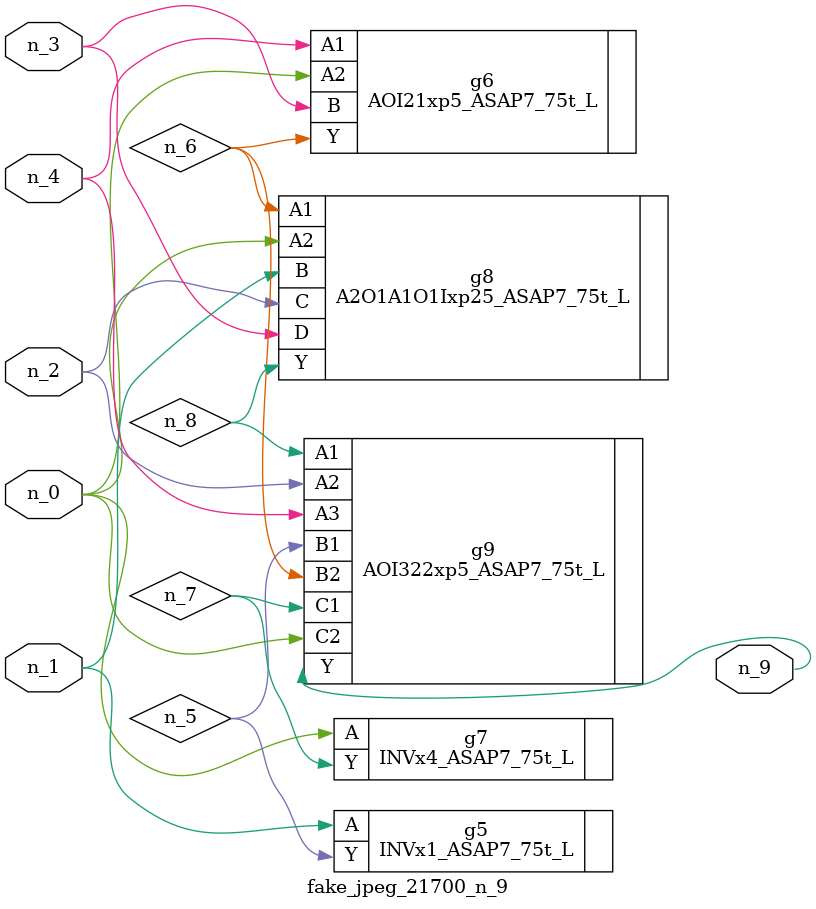
<source format=v>
module fake_jpeg_21700_n_9 (n_3, n_2, n_1, n_0, n_4, n_9);

input n_3;
input n_2;
input n_1;
input n_0;
input n_4;

output n_9;

wire n_8;
wire n_6;
wire n_5;
wire n_7;

INVx1_ASAP7_75t_L g5 ( 
.A(n_1),
.Y(n_5)
);

AOI21xp5_ASAP7_75t_L g6 ( 
.A1(n_4),
.A2(n_0),
.B(n_3),
.Y(n_6)
);

INVx4_ASAP7_75t_L g7 ( 
.A(n_0),
.Y(n_7)
);

A2O1A1O1Ixp25_ASAP7_75t_L g8 ( 
.A1(n_6),
.A2(n_0),
.B(n_1),
.C(n_2),
.D(n_3),
.Y(n_8)
);

AOI322xp5_ASAP7_75t_L g9 ( 
.A1(n_8),
.A2(n_2),
.A3(n_4),
.B1(n_5),
.B2(n_6),
.C1(n_7),
.C2(n_0),
.Y(n_9)
);


endmodule
</source>
